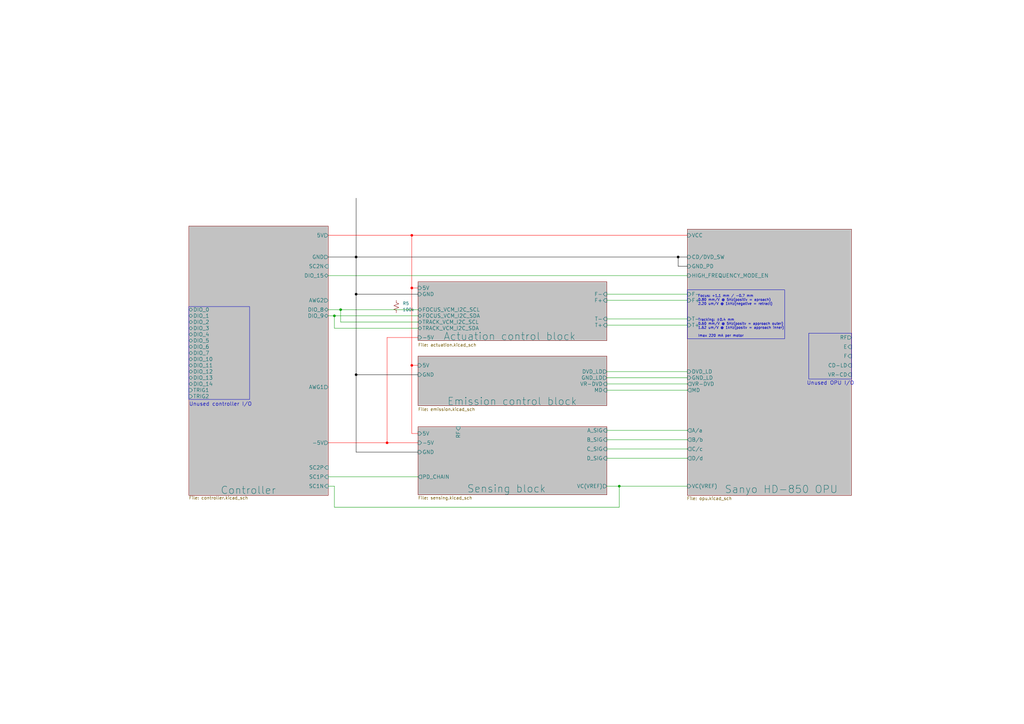
<source format=kicad_sch>
(kicad_sch (version 20231120) (generator "eeschema") (generator_version "8.0")
  (paper "A3")
  (lib_symbols
    (symbol "Device:R_Small_US" (pin_numbers hide) (pin_names (offset 0.254) hide)
      (property "Reference" "R" (at 0.762 0.508 0))
      (property "Value" "R_Small_US" (at 0.762 -1.016 0))
      (symbol "R_Small_US_1_1"
        (polyline (pts (xy 0 0) (xy 1.016 -0.381) (xy 0 -0.762) (xy -1.016 -1.143) (xy 0 -1.524)))
        (polyline (pts (xy 0 1.524) (xy 1.016 1.143) (xy 0 0.762) (xy -1.016 0.381) (xy 0 0)))
        (pin passive line (at 0 2.54 270) (length 1.016) (name "~") (number "1"))
        (pin passive line (at 0 -2.54 90) (length 1.016) (name "~") (number "2"))
      )
    )
  )
  (junction (at 139.7 127))
  (junction (at 146.05 105.41) (color 0 0 0 1))
  (junction (at 168.91 149.86) (color 255 0 0 1))
  (junction (at 137.16 129.54))
  (junction (at 168.91 96.52) (color 255 0 0 1))
  (junction (at 278.13 105.41) (color 0 0 0 1))
  (junction (at 168.91 118.11) (color 255 0 0 1))
  (junction (at 146.05 120.65) (color 0 0 0 1))
  (junction (at 146.05 153.67) (color 0 0 0 1))
  (junction (at 254 199.39))
  (junction (at 158.75 181.61) (color 255 0 0 1))
  (wire (pts (xy 134.62 127) (xy 139.7 127)))
  (wire (pts (xy 146.05 105.41) (xy 146.05 120.65)) (stroke (width 0) (color 0 0 0 1)))
  (wire (pts (xy 171.45 177.8) (xy 168.91 177.8)) (stroke (width 0) (color 255 0 0 1)))
  (wire (pts (xy 248.92 187.96) (xy 281.94 187.96)))
  (wire (pts (xy 134.62 199.39) (xy 137.16 199.39)))
  (wire (pts (xy 158.75 181.61) (xy 171.45 181.61)) (stroke (width 0) (color 255 0 0 1)))
  (wire (pts (xy 278.13 105.41) (xy 281.94 105.41)) (stroke (width 0) (color 0 0 0 1)))
  (wire (pts (xy 146.05 153.67) (xy 171.45 153.67)) (stroke (width 0) (color 0 0 0 1)))
  (wire (pts (xy 137.16 129.54) (xy 171.45 129.54)))
  (wire (pts (xy 248.92 130.81) (xy 281.94 130.81)))
  (wire (pts (xy 248.92 133.35) (xy 281.94 133.35)))
  (wire (pts (xy 248.92 180.34) (xy 281.94 180.34)))
  (wire (pts (xy 171.45 132.08) (xy 139.7 132.08)))
  (wire (pts (xy 171.45 134.62) (xy 137.16 134.62)))
  (wire (pts (xy 134.62 96.52) (xy 168.91 96.52)) (stroke (width 0) (color 255 0 0 1)))
  (wire (pts (xy 134.62 181.61) (xy 158.75 181.61)) (stroke (width 0) (color 255 0 0 1)))
  (wire (pts (xy 248.92 160.02) (xy 281.94 160.02)))
  (wire (pts (xy 248.92 123.19) (xy 281.94 123.19)))
  (wire (pts (xy 168.91 118.11) (xy 168.91 149.86)) (stroke (width 0) (color 255 0 0 1)))
  (wire (pts (xy 254 208.026) (xy 254 199.39)))
  (wire (pts (xy 171.45 185.42) (xy 146.05 185.42)) (stroke (width 0) (color 0 0 0 1)))
  (wire (pts (xy 248.92 120.65) (xy 281.94 120.65)))
  (wire (pts (xy 248.92 176.53) (xy 281.94 176.53)))
  (wire (pts (xy 168.91 149.86) (xy 171.45 149.86)) (stroke (width 0) (color 255 0 0 1)))
  (wire (pts (xy 248.92 154.94) (xy 281.94 154.94)))
  (wire (pts (xy 146.05 81.28) (xy 146.05 105.41)) (stroke (width 0) (color 0 0 0 1)))
  (wire (pts (xy 139.7 127) (xy 171.45 127)))
  (wire (pts (xy 168.91 96.52) (xy 168.91 118.11)) (stroke (width 0) (color 255 0 0 1)))
  (wire (pts (xy 168.91 118.11) (xy 171.45 118.11)) (stroke (width 0) (color 255 0 0 1)))
  (wire (pts (xy 171.45 138.43) (xy 158.75 138.43)) (stroke (width 0) (color 255 0 0 1)))
  (wire (pts (xy 168.91 177.8) (xy 168.91 149.86)) (stroke (width 0) (color 255 0 0 1)))
  (wire (pts (xy 158.75 138.43) (xy 158.75 181.61)) (stroke (width 0) (color 255 0 0 1)))
  (wire (pts (xy 146.05 120.65) (xy 146.05 153.67)) (stroke (width 0) (color 0 0 0 1)))
  (wire (pts (xy 278.13 105.41) (xy 278.13 109.22)) (stroke (width 0) (color 0 0 0 1)))
  (wire (pts (xy 248.92 152.4) (xy 281.94 152.4)))
  (wire (pts (xy 134.62 129.54) (xy 137.16 129.54)))
  (wire (pts (xy 281.94 109.22) (xy 278.13 109.22)) (stroke (width 0) (color 0 0 0 1)))
  (wire (pts (xy 248.92 157.48) (xy 281.94 157.48)))
  (wire (pts (xy 168.91 96.52) (xy 281.94 96.52)) (stroke (width 0) (color 255 0 0 1)))
  (wire (pts (xy 137.16 199.39) (xy 137.16 208.026)))
  (wire (pts (xy 248.92 199.39) (xy 254 199.39)))
  (wire (pts (xy 139.7 132.08) (xy 139.7 127)))
  (wire (pts (xy 248.92 184.15) (xy 281.94 184.15)))
  (wire (pts (xy 146.05 185.42) (xy 146.05 153.67)) (stroke (width 0) (color 0 0 0 1)))
  (wire (pts (xy 146.05 120.65) (xy 171.45 120.65)) (stroke (width 0) (color 0 0 0 1)))
  (wire (pts (xy 137.16 134.62) (xy 137.16 129.54)))
  (wire (pts (xy 134.62 113.03) (xy 281.94 113.03)))
  (wire (pts (xy 134.62 195.58) (xy 171.45 195.58)))
  (wire (pts (xy 146.05 105.41) (xy 278.13 105.41)) (stroke (width 0) (color 0 0 0 1)))
  (wire (pts (xy 137.16 208.026) (xy 254 208.026)))
  (wire (pts (xy 134.62 105.41) (xy 146.05 105.41)) (stroke (width 0) (color 0 0 0 1)))
  (wire (pts (xy 254 199.39) (xy 281.94 199.39)))
  (rectangle (start 77.47 125.73) (end 102.362 163.83))
  (rectangle (start 281.94 118.872) (end 321.818 138.938))
  (rectangle (start 331.724 136.652) (end 349.25 155.448))
  (text "Unused OPU I/O" (at 340.614 157.226 0) (effects (font (size 1.524 1.524))))
  (text "Unused controller I/O" (at 90.424 165.862 0) (effects (font (size 1.524 1.524))))
  (text "Focus: +1.1 mm / -0.7 mm\n0.80 mm/V @ 5Hz(positiv = aproach)\n2.20 um/V @ 1kHz(negative = retract)\n\n\n\nTracking: ±0.4 mm\n0.60 mm/V @ 5Hz(positv = approach outer)\n1.62 um/V @ 1kHz(positv = approach inner)\n\nImax 220 mA per motor" (at 286.258 138.43 0) (effects (font (size 1.016 1.016)) (justify left bottom)))
  (symbol (lib_id "Device:R_Small_US") (at 162.56 125.73 0) (unit 1)
    (property "Reference" "R5" (at 165.1 124.4599 0) (effects (justify left)))
    (property "Value" "100k" (at 165.1 126.9999 0) (effects (justify left)))
    (property "Description" "Resistor, small US symbol" (effects (hide yes)))
  )
  (sheet (at 77.47 92.71) (size 57.15 110.49) (stroke (width 0.1524)) (fill (color 194 194 194 1.0000))
    (property "Sheetname" "Controller" (at 90.424 202.819 0) (effects (font (size 3.048 3.048)) (justify left bottom)))
    (property "Sheetfile" "controller.kicad_sch" (at 77.47 203.454 0) (effects (justify left top)))
    (pin "AWG1" output (at 134.62 158.75 0) (effects (font (size 1.524 1.524))))
    (pin "GND" output (at 134.62 105.41 0) (effects (font (size 1.524 1.524))))
    (pin "SC1P" input (at 134.62 195.58 0) (effects (font (size 1.524 1.524))))
    (pin "SC2P" input (at 134.62 191.77 0) (effects (font (size 1.524 1.524))))
    (pin "AWG2" output (at 134.62 123.19 0) (effects (font (size 1.524 1.524))))
    (pin "SC1N" input (at 134.62 199.39 0) (effects (font (size 1.524 1.524))))
    (pin "SC2N" input (at 134.62 109.22 0) (effects (font (size 1.524 1.524))))
    (pin "5V" output (at 134.62 96.52 0) (effects (font (size 1.524 1.524))))
    (pin "DIO_8" bidirectional (at 134.62 127 0) (effects (font (size 1.524 1.524))))
    (pin "DIO_9" bidirectional (at 134.62 129.54 0) (effects (font (size 1.524 1.524))))
    (pin "DIO_14" bidirectional (at 77.47 157.48 180) (effects (font (size 1.524 1.524))))
    (pin "DIO_13" bidirectional (at 77.47 154.94 180) (effects (font (size 1.524 1.524))))
    (pin "DIO_15" bidirectional (at 134.62 113.03 0) (effects (font (size 1.524 1.524))))
    (pin "TRIG2" input (at 77.47 162.56 180) (effects (font (size 1.524 1.524))))
    (pin "DIO_7" bidirectional (at 77.47 144.78 180) (effects (font (size 1.524 1.524))))
    (pin "DIO_5" bidirectional (at 77.47 139.7 180) (effects (font (size 1.524 1.524))))
    (pin "DIO_6" bidirectional (at 77.47 142.24 180) (effects (font (size 1.524 1.524))))
    (pin "TRIG1" input (at 77.47 160.02 180) (effects (font (size 1.524 1.524))))
    (pin "DIO_4" bidirectional (at 77.47 137.16 180) (effects (font (size 1.524 1.524))))
    (pin "DIO_3" bidirectional (at 77.47 134.62 180) (effects (font (size 1.524 1.524))))
    (pin "DIO_2" bidirectional (at 77.47 132.08 180) (effects (font (size 1.524 1.524))))
    (pin "DIO_1" bidirectional (at 77.47 129.54 180) (effects (font (size 1.524 1.524))))
    (pin "DIO_0" bidirectional (at 77.47 127 180) (effects (font (size 1.524 1.524))))
    (pin "DIO_10" bidirectional (at 77.47 147.32 180) (effects (font (size 1.524 1.524))))
    (pin "DIO_11" bidirectional (at 77.47 149.86 180) (effects (font (size 1.524 1.524))))
    (pin "DIO_12" bidirectional (at 77.47 152.4 180) (effects (font (size 1.524 1.524))))
    (pin "-5V" output (at 134.62 181.61 0) (effects (font (size 1.524 1.524))))
  )
  (sheet (at 281.94 93.98) (size 67.31 109.22) (stroke (width 0.1524)) (fill (color 194 194 194 1.0000))
    (property "Sheetname" "Sanyo HD-850 OPU" (at 297.18 202.438 0) (effects (font (size 3.048 3.048)) (justify left bottom)))
    (property "Sheetfile" "opu.kicad_sch" (at 281.686 203.708 0) (effects (justify left top)))
    (pin "A{slash}a" output (at 281.94 176.53 180) (effects (font (size 1.524 1.524))))
    (pin "C{slash}c" output (at 281.94 184.15 180) (effects (font (size 1.524 1.524))))
    (pin "D{slash}d" output (at 281.94 187.96 180) (effects (font (size 1.524 1.524))))
    (pin "B{slash}b" output (at 281.94 180.34 180) (effects (font (size 1.524 1.524))))
    (pin "RF" output (at 349.25 138.43 0) (effects (font (size 1.524 1.524))))
    (pin "MD" output (at 281.94 160.02 180) (effects (font (size 1.524 1.524))))
    (pin "VC(VREF)" input (at 281.94 199.39 180) (effects (font (size 1.524 1.524))))
    (pin "DVD_LD" input (at 281.94 152.4 180) (effects (font (size 1.524 1.524))))
    (pin "CD{slash}DVD_SW" input (at 281.94 105.41 180) (effects (font (size 1.524 1.524))))
    (pin "VCC" input (at 281.94 96.52 180) (effects (font (size 1.524 1.524))))
    (pin "GND_PD" input (at 281.94 109.22 180) (effects (font (size 1.524 1.524))))
    (pin "GND_LD" input (at 281.94 154.94 180) (effects (font (size 1.524 1.524))))
    (pin "F-" input (at 281.94 120.65 180) (effects (font (size 1.524 1.524))))
    (pin "F+" input (at 281.94 123.19 180) (effects (font (size 1.524 1.524))))
    (pin "HIGH_FREQUENCY_MODE_EN" input (at 281.94 113.03 180) (effects (font (size 1.524 1.524))))
    (pin "T+" input (at 281.94 133.35 180) (effects (font (size 1.524 1.524))))
    (pin "VR-CD" input (at 349.25 153.67 0) (effects (font (size 1.524 1.524))))
    (pin "VR-DVD" output (at 281.94 157.48 180) (effects (font (size 1.524 1.524))))
    (pin "CD-LD" input (at 349.25 149.86 0) (effects (font (size 1.524 1.524))))
    (pin "T-" input (at 281.94 130.81 180) (effects (font (size 1.524 1.524))))
    (pin "F" input (at 349.25 146.05 0) (effects (font (size 1.524 1.524))))
    (pin "E" input (at 349.25 142.24 0) (effects (font (size 1.524 1.524))))
  )
  (sheet (at 171.45 146.05) (size 77.47 20.32) (stroke (width 0.1524)) (fill (color 194 194 194 1.0000))
    (property "Sheetname" "Emission control block" (at 183.388 166.37 0) (effects (font (size 3.048 3.048)) (justify left bottom)))
    (property "Sheetfile" "emission.kicad_sch" (at 171.45 167.132 0) (effects (justify left top)))
    (pin "5V" input (at 171.45 149.86 180) (effects (font (size 1.524 1.524))))
    (pin "GND" input (at 171.45 153.67 180) (effects (font (size 1.524 1.524))))
    (pin "VR-DVD" input (at 248.92 157.48 0) (effects (font (size 1.524 1.524))))
    (pin "MD" input (at 248.92 160.02 0) (effects (font (size 1.524 1.524))))
    (pin "DVD_LD" output (at 248.92 152.4 0) (effects (font (size 1.524 1.524))))
    (pin "GND_LD" output (at 248.92 154.94 0) (effects (font (size 1.524 1.524))))
  )
  (sheet (at 171.45 175.006) (size 77.47 27.94) (stroke (width 0.1524)) (fill (color 194 194 194 1.0000))
    (property "Sheetname" "Sensing block" (at 191.516 202.184 0) (effects (font (size 3.048 3.048)) (justify left bottom)))
    (property "Sheetfile" "sensing.kicad_sch" (at 171.45 203.454 0) (effects (justify left top)))
    (pin "B_SIG" input (at 248.92 180.34 0) (effects (font (size 1.524 1.524))))
    (pin "D_SIG" input (at 248.92 187.96 0) (effects (font (size 1.524 1.524))))
    (pin "A_SIG" input (at 248.92 176.53 0) (effects (font (size 1.524 1.524))))
    (pin "C_SIG" input (at 248.92 184.15 0) (effects (font (size 1.524 1.524))))
    (pin "PD_CHAIN" output (at 171.45 195.58 180) (effects (font (size 1.524 1.524))))
    (pin "GND" input (at 171.45 185.42 180) (effects (font (size 1.524 1.524))))
    (pin "5V" input (at 171.45 177.8 180) (effects (font (size 1.524 1.524))))
    (pin "VC(VREF)" output (at 248.92 199.39 0) (effects (font (size 1.524 1.524))))
    (pin "RF" input (at 187.96 175.006 90) (effects (font (size 1.524 1.524))))
    (pin "-5V" input (at 171.45 181.61 180) (effects (font (size 1.524 1.524))))
  )
  (sheet (at 171.45 115.57) (size 77.47 24.13) (stroke (width 0.1524)) (fill (color 194 194 194 1.0000))
    (property "Sheetname" "Actuation control block" (at 181.864 139.7 0) (effects (font (size 3.048 3.048)) (justify left bottom)))
    (property "Sheetfile" "actuation.kicad_sch" (at 171.45 140.716 0) (effects (justify left top)))
    (pin "5V" input (at 171.45 118.11 180) (effects (font (size 1.524 1.524))))
    (pin "F+" input (at 248.92 123.19 0) (effects (font (size 1.524 1.524))))
    (pin "GND" input (at 171.45 120.65 180) (effects (font (size 1.524 1.524))))
    (pin "FOCUS_VCM_I2C_SCL" bidirectional (at 171.45 127 180) (effects (font (size 1.524 1.524))))
    (pin "FOCUS_VCM_I2C_SDA" bidirectional (at 171.45 129.54 180) (effects (font (size 1.524 1.524))))
    (pin "TRACK_VCM_I2C_SDA" bidirectional (at 171.45 134.62 180) (effects (font (size 1.524 1.524))))
    (pin "TRACK_VCM_I2C_SCL" bidirectional (at 171.45 132.08 180) (effects (font (size 1.524 1.524))))
    (pin "T+" input (at 248.92 133.35 0) (effects (font (size 1.524 1.524))))
    (pin "F-" input (at 248.92 120.65 0) (effects (font (size 1.524 1.524))))
    (pin "T-" input (at 248.92 130.81 0) (effects (font (size 1.524 1.524))))
    (pin "-5V" input (at 171.45 138.43 180) (effects (font (size 1.524 1.524))))
  )
)
</source>
